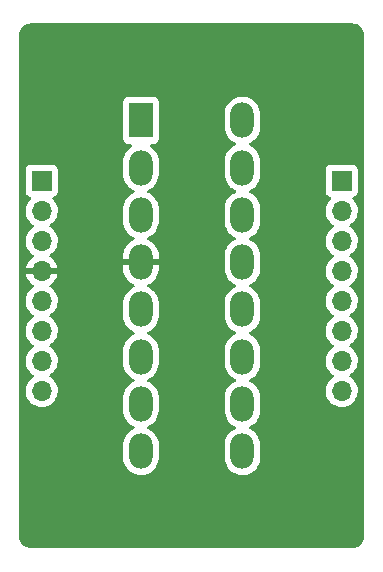
<source format=gbr>
%TF.GenerationSoftware,KiCad,Pcbnew,(6.0.11)*%
%TF.CreationDate,2023-02-06T20:57:08+10:00*%
%TF.ProjectId,can_explorer,63616e5f-6578-4706-9c6f-7265722e6b69,rev?*%
%TF.SameCoordinates,Original*%
%TF.FileFunction,Copper,L1,Top*%
%TF.FilePolarity,Positive*%
%FSLAX46Y46*%
G04 Gerber Fmt 4.6, Leading zero omitted, Abs format (unit mm)*
G04 Created by KiCad (PCBNEW (6.0.11)) date 2023-02-06 20:57:08*
%MOMM*%
%LPD*%
G01*
G04 APERTURE LIST*
%TA.AperFunction,ComponentPad*%
%ADD10R,2.000000X3.000000*%
%TD*%
%TA.AperFunction,ComponentPad*%
%ADD11O,2.000000X3.000000*%
%TD*%
%TA.AperFunction,ComponentPad*%
%ADD12R,1.700000X1.700000*%
%TD*%
%TA.AperFunction,ComponentPad*%
%ADD13O,1.700000X1.700000*%
%TD*%
G04 APERTURE END LIST*
D10*
%TO.P,J1,1,Pin_1*%
%TO.N,Net-(J1-Pad1)*%
X143020000Y-67280000D03*
D11*
%TO.P,J1,2,Pin_2*%
%TO.N,Net-(J1-Pad2)*%
X143020000Y-71280000D03*
%TO.P,J1,3,Pin_3*%
%TO.N,Net-(J1-Pad3)*%
X143020000Y-75280000D03*
%TO.P,J1,4,Pin_4*%
%TO.N,GND*%
X143020000Y-79280000D03*
%TO.P,J1,5,Pin_5*%
%TO.N,Net-(J1-Pad5)*%
X143020000Y-83280000D03*
%TO.P,J1,6,Pin_6*%
%TO.N,Net-(J1-Pad6)*%
X143020000Y-87280000D03*
%TO.P,J1,7,Pin_7*%
%TO.N,Net-(J1-Pad7)*%
X143020000Y-91280000D03*
%TO.P,J1,8,Pin_8*%
%TO.N,Net-(J1-Pad8)*%
X143020000Y-95280000D03*
%TO.P,J1,9,Pin_9*%
%TO.N,Net-(J1-Pad9)*%
X151620000Y-67280000D03*
%TO.P,J1,10,Pin_10*%
%TO.N,Net-(J1-Pad10)*%
X151620000Y-71280000D03*
%TO.P,J1,11,Pin_11*%
%TO.N,Net-(J1-Pad11)*%
X151620000Y-75280000D03*
%TO.P,J1,12,Pin_12*%
%TO.N,Net-(J1-Pad12)*%
X151620000Y-79280000D03*
%TO.P,J1,13,Pin_13*%
%TO.N,Net-(J1-Pad13)*%
X151620000Y-83280000D03*
%TO.P,J1,14,Pin_14*%
%TO.N,Net-(J1-Pad14)*%
X151620000Y-87280000D03*
%TO.P,J1,15,Pin_15*%
%TO.N,Net-(J1-Pad15)*%
X151620000Y-91280000D03*
%TO.P,J1,16,Pin_16*%
%TO.N,Net-(J1-Pad16)*%
X151620000Y-95280000D03*
%TD*%
D12*
%TO.P,J2,1,Pin_1*%
%TO.N,Net-(J1-Pad1)*%
X134620000Y-72390000D03*
D13*
%TO.P,J2,2,Pin_2*%
%TO.N,Net-(J1-Pad2)*%
X134620000Y-74930000D03*
%TO.P,J2,3,Pin_3*%
%TO.N,Net-(J1-Pad3)*%
X134620000Y-77470000D03*
%TO.P,J2,4,Pin_4*%
%TO.N,GND*%
X134620000Y-80010000D03*
%TO.P,J2,5,Pin_5*%
%TO.N,Net-(J1-Pad5)*%
X134620000Y-82550000D03*
%TO.P,J2,6,Pin_6*%
%TO.N,Net-(J1-Pad6)*%
X134620000Y-85090000D03*
%TO.P,J2,7,Pin_7*%
%TO.N,Net-(J1-Pad7)*%
X134620000Y-87630000D03*
%TO.P,J2,8,Pin_8*%
%TO.N,Net-(J1-Pad8)*%
X134620000Y-90170000D03*
%TD*%
D12*
%TO.P,J3,1,Pin_1*%
%TO.N,Net-(J1-Pad9)*%
X160020000Y-72390000D03*
D13*
%TO.P,J3,2,Pin_2*%
%TO.N,Net-(J1-Pad10)*%
X160020000Y-74930000D03*
%TO.P,J3,3,Pin_3*%
%TO.N,Net-(J1-Pad11)*%
X160020000Y-77470000D03*
%TO.P,J3,4,Pin_4*%
%TO.N,Net-(J1-Pad12)*%
X160020000Y-80010000D03*
%TO.P,J3,5,Pin_5*%
%TO.N,Net-(J1-Pad13)*%
X160020000Y-82550000D03*
%TO.P,J3,6,Pin_6*%
%TO.N,Net-(J1-Pad14)*%
X160020000Y-85090000D03*
%TO.P,J3,7,Pin_7*%
%TO.N,Net-(J1-Pad15)*%
X160020000Y-87630000D03*
%TO.P,J3,8,Pin_8*%
%TO.N,Net-(J1-Pad16)*%
X160020000Y-90170000D03*
%TD*%
%TA.AperFunction,Conductor*%
%TO.N,GND*%
G36*
X160931163Y-59055607D02*
G01*
X161107740Y-59072999D01*
X161131957Y-59077815D01*
X161295809Y-59127518D01*
X161318629Y-59136971D01*
X161469631Y-59217683D01*
X161490158Y-59231399D01*
X161622521Y-59340026D01*
X161639974Y-59357479D01*
X161748601Y-59489842D01*
X161762319Y-59510372D01*
X161843029Y-59661371D01*
X161852482Y-59684190D01*
X161902185Y-59848043D01*
X161907002Y-59872263D01*
X161924393Y-60048837D01*
X161925000Y-60061187D01*
X161925000Y-102498813D01*
X161924393Y-102511163D01*
X161907002Y-102687737D01*
X161902185Y-102711957D01*
X161852482Y-102875809D01*
X161843029Y-102898629D01*
X161762319Y-103049628D01*
X161748601Y-103070158D01*
X161639974Y-103202521D01*
X161622521Y-103219974D01*
X161490158Y-103328601D01*
X161469631Y-103342317D01*
X161377417Y-103391607D01*
X161318629Y-103423029D01*
X161295810Y-103432482D01*
X161131957Y-103482185D01*
X161107740Y-103487001D01*
X160931163Y-103504393D01*
X160918813Y-103505000D01*
X133721187Y-103505000D01*
X133708837Y-103504393D01*
X133532260Y-103487001D01*
X133508043Y-103482185D01*
X133344190Y-103432482D01*
X133321371Y-103423029D01*
X133262583Y-103391607D01*
X133170369Y-103342317D01*
X133149842Y-103328601D01*
X133017479Y-103219974D01*
X133000026Y-103202521D01*
X132891399Y-103070158D01*
X132877681Y-103049628D01*
X132796971Y-102898629D01*
X132787518Y-102875809D01*
X132737815Y-102711957D01*
X132732998Y-102687737D01*
X132715607Y-102511163D01*
X132715000Y-102498813D01*
X132715000Y-95841001D01*
X141511500Y-95841001D01*
X141511702Y-95843509D01*
X141511702Y-95843514D01*
X141517943Y-95921074D01*
X141526060Y-96021965D01*
X141583963Y-96257706D01*
X141678812Y-96481156D01*
X141808167Y-96686567D01*
X141811512Y-96690361D01*
X141965350Y-96864858D01*
X141965353Y-96864861D01*
X141968698Y-96868655D01*
X141972606Y-96871865D01*
X141972607Y-96871866D01*
X142079242Y-96959456D01*
X142156278Y-97022734D01*
X142366078Y-97144841D01*
X142370801Y-97146654D01*
X142587978Y-97230020D01*
X142587982Y-97230021D01*
X142592702Y-97231833D01*
X142597652Y-97232867D01*
X142597655Y-97232868D01*
X142825369Y-97280440D01*
X142825373Y-97280440D01*
X142830320Y-97281474D01*
X143072817Y-97292486D01*
X143077837Y-97291905D01*
X143077841Y-97291905D01*
X143308929Y-97265167D01*
X143308933Y-97265166D01*
X143313956Y-97264585D01*
X143318820Y-97263209D01*
X143318823Y-97263208D01*
X143542669Y-97199866D01*
X143542668Y-97199866D01*
X143547532Y-97198490D01*
X143552108Y-97196356D01*
X143552114Y-97196354D01*
X143762954Y-97098038D01*
X143762958Y-97098036D01*
X143767536Y-97095901D01*
X143968307Y-96959456D01*
X144144681Y-96792668D01*
X144222901Y-96690361D01*
X144289047Y-96603846D01*
X144289050Y-96603842D01*
X144292120Y-96599826D01*
X144406831Y-96385891D01*
X144485862Y-96156369D01*
X144527179Y-95917164D01*
X144528500Y-95888075D01*
X144528500Y-95841001D01*
X150111500Y-95841001D01*
X150111702Y-95843509D01*
X150111702Y-95843514D01*
X150117943Y-95921074D01*
X150126060Y-96021965D01*
X150183963Y-96257706D01*
X150278812Y-96481156D01*
X150408167Y-96686567D01*
X150411512Y-96690361D01*
X150565350Y-96864858D01*
X150565353Y-96864861D01*
X150568698Y-96868655D01*
X150572606Y-96871865D01*
X150572607Y-96871866D01*
X150679242Y-96959456D01*
X150756278Y-97022734D01*
X150966078Y-97144841D01*
X150970801Y-97146654D01*
X151187978Y-97230020D01*
X151187982Y-97230021D01*
X151192702Y-97231833D01*
X151197652Y-97232867D01*
X151197655Y-97232868D01*
X151425369Y-97280440D01*
X151425373Y-97280440D01*
X151430320Y-97281474D01*
X151672817Y-97292486D01*
X151677837Y-97291905D01*
X151677841Y-97291905D01*
X151908929Y-97265167D01*
X151908933Y-97265166D01*
X151913956Y-97264585D01*
X151918820Y-97263209D01*
X151918823Y-97263208D01*
X152142669Y-97199866D01*
X152142668Y-97199866D01*
X152147532Y-97198490D01*
X152152108Y-97196356D01*
X152152114Y-97196354D01*
X152362954Y-97098038D01*
X152362958Y-97098036D01*
X152367536Y-97095901D01*
X152568307Y-96959456D01*
X152744681Y-96792668D01*
X152822901Y-96690361D01*
X152889047Y-96603846D01*
X152889050Y-96603842D01*
X152892120Y-96599826D01*
X153006831Y-96385891D01*
X153085862Y-96156369D01*
X153127179Y-95917164D01*
X153128500Y-95888075D01*
X153128500Y-94718999D01*
X153128298Y-94716486D01*
X153114346Y-94543076D01*
X153114345Y-94543071D01*
X153113940Y-94538035D01*
X153056037Y-94302294D01*
X152961188Y-94078844D01*
X152831833Y-93873433D01*
X152791633Y-93827834D01*
X152674650Y-93695142D01*
X152674647Y-93695139D01*
X152671302Y-93691345D01*
X152564993Y-93604022D01*
X152487628Y-93540474D01*
X152487625Y-93540472D01*
X152483722Y-93537266D01*
X152273922Y-93415159D01*
X152226868Y-93397097D01*
X152170440Y-93354012D01*
X152146263Y-93287259D01*
X152162014Y-93218031D01*
X152218772Y-93165271D01*
X152362953Y-93098038D01*
X152362952Y-93098038D01*
X152367536Y-93095901D01*
X152568307Y-92959456D01*
X152744681Y-92792668D01*
X152822901Y-92690361D01*
X152889047Y-92603846D01*
X152889050Y-92603842D01*
X152892120Y-92599826D01*
X153006831Y-92385891D01*
X153085862Y-92156369D01*
X153127179Y-91917164D01*
X153128500Y-91888075D01*
X153128500Y-90718999D01*
X153125077Y-90676453D01*
X153114346Y-90543076D01*
X153114345Y-90543071D01*
X153113940Y-90538035D01*
X153095516Y-90463023D01*
X153057244Y-90307208D01*
X153056037Y-90302294D01*
X152985744Y-90136695D01*
X158657251Y-90136695D01*
X158657548Y-90141848D01*
X158657548Y-90141851D01*
X158669812Y-90354547D01*
X158670110Y-90359715D01*
X158671247Y-90364761D01*
X158671248Y-90364767D01*
X158680007Y-90403631D01*
X158719222Y-90577639D01*
X158803266Y-90784616D01*
X158919987Y-90975088D01*
X159066250Y-91143938D01*
X159238126Y-91286632D01*
X159431000Y-91399338D01*
X159639692Y-91479030D01*
X159644760Y-91480061D01*
X159644763Y-91480062D01*
X159752017Y-91501883D01*
X159858597Y-91523567D01*
X159863772Y-91523757D01*
X159863774Y-91523757D01*
X160076673Y-91531564D01*
X160076677Y-91531564D01*
X160081837Y-91531753D01*
X160086957Y-91531097D01*
X160086959Y-91531097D01*
X160298288Y-91504025D01*
X160298289Y-91504025D01*
X160303416Y-91503368D01*
X160308366Y-91501883D01*
X160512429Y-91440661D01*
X160512434Y-91440659D01*
X160517384Y-91439174D01*
X160717994Y-91340896D01*
X160899860Y-91211173D01*
X161058096Y-91053489D01*
X161117594Y-90970689D01*
X161185435Y-90876277D01*
X161188453Y-90872077D01*
X161262864Y-90721518D01*
X161285136Y-90676453D01*
X161285137Y-90676451D01*
X161287430Y-90671811D01*
X161328074Y-90538035D01*
X161350865Y-90463023D01*
X161350865Y-90463021D01*
X161352370Y-90458069D01*
X161381529Y-90236590D01*
X161383156Y-90170000D01*
X161364852Y-89947361D01*
X161310431Y-89730702D01*
X161221354Y-89525840D01*
X161148578Y-89413346D01*
X161102822Y-89342617D01*
X161102820Y-89342614D01*
X161100014Y-89338277D01*
X160949670Y-89173051D01*
X160945619Y-89169852D01*
X160945615Y-89169848D01*
X160778414Y-89037800D01*
X160778410Y-89037798D01*
X160774359Y-89034598D01*
X160733053Y-89011796D01*
X160683084Y-88961364D01*
X160668312Y-88891921D01*
X160693428Y-88825516D01*
X160720780Y-88798909D01*
X160764603Y-88767650D01*
X160899860Y-88671173D01*
X161058096Y-88513489D01*
X161081330Y-88481156D01*
X161185435Y-88336277D01*
X161188453Y-88332077D01*
X161287430Y-88131811D01*
X161352370Y-87918069D01*
X161381529Y-87696590D01*
X161383156Y-87630000D01*
X161364852Y-87407361D01*
X161310431Y-87190702D01*
X161221354Y-86985840D01*
X161100014Y-86798277D01*
X160949670Y-86633051D01*
X160945619Y-86629852D01*
X160945615Y-86629848D01*
X160778414Y-86497800D01*
X160778410Y-86497798D01*
X160774359Y-86494598D01*
X160733053Y-86471796D01*
X160683084Y-86421364D01*
X160668312Y-86351921D01*
X160693428Y-86285516D01*
X160720780Y-86258909D01*
X160764603Y-86227650D01*
X160899860Y-86131173D01*
X161058096Y-85973489D01*
X161070553Y-85956154D01*
X161185435Y-85796277D01*
X161188453Y-85792077D01*
X161198693Y-85771359D01*
X161285136Y-85596453D01*
X161285137Y-85596451D01*
X161287430Y-85591811D01*
X161352370Y-85378069D01*
X161381529Y-85156590D01*
X161383156Y-85090000D01*
X161364852Y-84867361D01*
X161310431Y-84650702D01*
X161221354Y-84445840D01*
X161100014Y-84258277D01*
X160949670Y-84093051D01*
X160945619Y-84089852D01*
X160945615Y-84089848D01*
X160778414Y-83957800D01*
X160778410Y-83957798D01*
X160774359Y-83954598D01*
X160733053Y-83931796D01*
X160683084Y-83881364D01*
X160668312Y-83811921D01*
X160693428Y-83745516D01*
X160720780Y-83718909D01*
X160764603Y-83687650D01*
X160899860Y-83591173D01*
X161058096Y-83433489D01*
X161117594Y-83350689D01*
X161185435Y-83256277D01*
X161188453Y-83252077D01*
X161287430Y-83051811D01*
X161352370Y-82838069D01*
X161381529Y-82616590D01*
X161383156Y-82550000D01*
X161364852Y-82327361D01*
X161310431Y-82110702D01*
X161221354Y-81905840D01*
X161100014Y-81718277D01*
X160949670Y-81553051D01*
X160945619Y-81549852D01*
X160945615Y-81549848D01*
X160778414Y-81417800D01*
X160778410Y-81417798D01*
X160774359Y-81414598D01*
X160733053Y-81391796D01*
X160683084Y-81341364D01*
X160668312Y-81271921D01*
X160693428Y-81205516D01*
X160720780Y-81178909D01*
X160772747Y-81141841D01*
X160899860Y-81051173D01*
X161058096Y-80893489D01*
X161117594Y-80810689D01*
X161185435Y-80716277D01*
X161188453Y-80712077D01*
X161199335Y-80690060D01*
X161285136Y-80516453D01*
X161285137Y-80516451D01*
X161287430Y-80511811D01*
X161352370Y-80298069D01*
X161381529Y-80076590D01*
X161383156Y-80010000D01*
X161364852Y-79787361D01*
X161310431Y-79570702D01*
X161221354Y-79365840D01*
X161100014Y-79178277D01*
X160949670Y-79013051D01*
X160945619Y-79009852D01*
X160945615Y-79009848D01*
X160778414Y-78877800D01*
X160778410Y-78877798D01*
X160774359Y-78874598D01*
X160733053Y-78851796D01*
X160683084Y-78801364D01*
X160668312Y-78731921D01*
X160693428Y-78665516D01*
X160720780Y-78638909D01*
X160764603Y-78607650D01*
X160899860Y-78511173D01*
X161058096Y-78353489D01*
X161117594Y-78270689D01*
X161185435Y-78176277D01*
X161188453Y-78172077D01*
X161234532Y-78078844D01*
X161285136Y-77976453D01*
X161285137Y-77976451D01*
X161287430Y-77971811D01*
X161352370Y-77758069D01*
X161381529Y-77536590D01*
X161383156Y-77470000D01*
X161364852Y-77247361D01*
X161310431Y-77030702D01*
X161221354Y-76825840D01*
X161100014Y-76638277D01*
X160949670Y-76473051D01*
X160945619Y-76469852D01*
X160945615Y-76469848D01*
X160778414Y-76337800D01*
X160778410Y-76337798D01*
X160774359Y-76334598D01*
X160733053Y-76311796D01*
X160683084Y-76261364D01*
X160668312Y-76191921D01*
X160693428Y-76125516D01*
X160720780Y-76098909D01*
X160764603Y-76067650D01*
X160899860Y-75971173D01*
X161058096Y-75813489D01*
X161117594Y-75730689D01*
X161185435Y-75636277D01*
X161188453Y-75632077D01*
X161287430Y-75431811D01*
X161352370Y-75218069D01*
X161381529Y-74996590D01*
X161383156Y-74930000D01*
X161364852Y-74707361D01*
X161310431Y-74490702D01*
X161221354Y-74285840D01*
X161181906Y-74224862D01*
X161102822Y-74102617D01*
X161102820Y-74102614D01*
X161100014Y-74098277D01*
X161086570Y-74083502D01*
X160952798Y-73936488D01*
X160921746Y-73872642D01*
X160930141Y-73802143D01*
X160975317Y-73747375D01*
X161001761Y-73733706D01*
X161108297Y-73693767D01*
X161116705Y-73690615D01*
X161233261Y-73603261D01*
X161320615Y-73486705D01*
X161371745Y-73350316D01*
X161378500Y-73288134D01*
X161378500Y-71491866D01*
X161371745Y-71429684D01*
X161320615Y-71293295D01*
X161233261Y-71176739D01*
X161116705Y-71089385D01*
X160980316Y-71038255D01*
X160918134Y-71031500D01*
X159121866Y-71031500D01*
X159059684Y-71038255D01*
X158923295Y-71089385D01*
X158806739Y-71176739D01*
X158719385Y-71293295D01*
X158668255Y-71429684D01*
X158661500Y-71491866D01*
X158661500Y-73288134D01*
X158668255Y-73350316D01*
X158719385Y-73486705D01*
X158806739Y-73603261D01*
X158923295Y-73690615D01*
X158931704Y-73693767D01*
X158931705Y-73693768D01*
X159040451Y-73734535D01*
X159097216Y-73777176D01*
X159121916Y-73843738D01*
X159106709Y-73913087D01*
X159087316Y-73939568D01*
X158960629Y-74072138D01*
X158834743Y-74256680D01*
X158740688Y-74459305D01*
X158680989Y-74674570D01*
X158657251Y-74896695D01*
X158657548Y-74901848D01*
X158657548Y-74901851D01*
X158663011Y-74996590D01*
X158670110Y-75119715D01*
X158671247Y-75124761D01*
X158671248Y-75124767D01*
X158691119Y-75212939D01*
X158719222Y-75337639D01*
X158803266Y-75544616D01*
X158919987Y-75735088D01*
X159066250Y-75903938D01*
X159238126Y-76046632D01*
X159308595Y-76087811D01*
X159311445Y-76089476D01*
X159360169Y-76141114D01*
X159373240Y-76210897D01*
X159346509Y-76276669D01*
X159306055Y-76310027D01*
X159293607Y-76316507D01*
X159289474Y-76319610D01*
X159289471Y-76319612D01*
X159119100Y-76447530D01*
X159114965Y-76450635D01*
X159111393Y-76454373D01*
X158972395Y-76599826D01*
X158960629Y-76612138D01*
X158834743Y-76796680D01*
X158799843Y-76871866D01*
X158760800Y-76955978D01*
X158740688Y-76999305D01*
X158680989Y-77214570D01*
X158657251Y-77436695D01*
X158657548Y-77441848D01*
X158657548Y-77441851D01*
X158662903Y-77534724D01*
X158670110Y-77659715D01*
X158671247Y-77664761D01*
X158671248Y-77664767D01*
X158691119Y-77752939D01*
X158719222Y-77877639D01*
X158803266Y-78084616D01*
X158805965Y-78089020D01*
X158855374Y-78169648D01*
X158919987Y-78275088D01*
X159066250Y-78443938D01*
X159238126Y-78586632D01*
X159308595Y-78627811D01*
X159311445Y-78629476D01*
X159360169Y-78681114D01*
X159373240Y-78750897D01*
X159346509Y-78816669D01*
X159306055Y-78850027D01*
X159293607Y-78856507D01*
X159289474Y-78859610D01*
X159289471Y-78859612D01*
X159265247Y-78877800D01*
X159114965Y-78990635D01*
X158960629Y-79152138D01*
X158957715Y-79156410D01*
X158957714Y-79156411D01*
X158945404Y-79174457D01*
X158834743Y-79336680D01*
X158740688Y-79539305D01*
X158680989Y-79754570D01*
X158657251Y-79976695D01*
X158657548Y-79981848D01*
X158657548Y-79981851D01*
X158663011Y-80076590D01*
X158670110Y-80199715D01*
X158671247Y-80204761D01*
X158671248Y-80204767D01*
X158683179Y-80257706D01*
X158719222Y-80417639D01*
X158803266Y-80624616D01*
X158853863Y-80707183D01*
X158908381Y-80796148D01*
X158919987Y-80815088D01*
X159066250Y-80983938D01*
X159238126Y-81126632D01*
X159264937Y-81142299D01*
X159311445Y-81169476D01*
X159360169Y-81221114D01*
X159373240Y-81290897D01*
X159346509Y-81356669D01*
X159306055Y-81390027D01*
X159293607Y-81396507D01*
X159289474Y-81399610D01*
X159289471Y-81399612D01*
X159119100Y-81527530D01*
X159114965Y-81530635D01*
X158960629Y-81692138D01*
X158834743Y-81876680D01*
X158819003Y-81910590D01*
X158742891Y-82074560D01*
X158740688Y-82079305D01*
X158680989Y-82294570D01*
X158657251Y-82516695D01*
X158657548Y-82521848D01*
X158657548Y-82521851D01*
X158666201Y-82671925D01*
X158670110Y-82739715D01*
X158671247Y-82744761D01*
X158671248Y-82744767D01*
X158691119Y-82832939D01*
X158719222Y-82957639D01*
X158803266Y-83164616D01*
X158919987Y-83355088D01*
X159066250Y-83523938D01*
X159238126Y-83666632D01*
X159308595Y-83707811D01*
X159311445Y-83709476D01*
X159360169Y-83761114D01*
X159373240Y-83830897D01*
X159346509Y-83896669D01*
X159306055Y-83930027D01*
X159293607Y-83936507D01*
X159289474Y-83939610D01*
X159289471Y-83939612D01*
X159119100Y-84067530D01*
X159114965Y-84070635D01*
X158960629Y-84232138D01*
X158957715Y-84236410D01*
X158957714Y-84236411D01*
X158939838Y-84262617D01*
X158834743Y-84416680D01*
X158819003Y-84450590D01*
X158747864Y-84603846D01*
X158740688Y-84619305D01*
X158680989Y-84834570D01*
X158657251Y-85056695D01*
X158657548Y-85061848D01*
X158657548Y-85061851D01*
X158663011Y-85156590D01*
X158670110Y-85279715D01*
X158671247Y-85284761D01*
X158671248Y-85284767D01*
X158691119Y-85372939D01*
X158719222Y-85497639D01*
X158803266Y-85704616D01*
X158919987Y-85895088D01*
X159066250Y-86063938D01*
X159238126Y-86206632D01*
X159308595Y-86247811D01*
X159311445Y-86249476D01*
X159360169Y-86301114D01*
X159373240Y-86370897D01*
X159346509Y-86436669D01*
X159306055Y-86470027D01*
X159293607Y-86476507D01*
X159289474Y-86479610D01*
X159289471Y-86479612D01*
X159265247Y-86497800D01*
X159114965Y-86610635D01*
X158960629Y-86772138D01*
X158834743Y-86956680D01*
X158740688Y-87159305D01*
X158680989Y-87374570D01*
X158657251Y-87596695D01*
X158657548Y-87601848D01*
X158657548Y-87601851D01*
X158663011Y-87696590D01*
X158670110Y-87819715D01*
X158671247Y-87824761D01*
X158671248Y-87824767D01*
X158692071Y-87917164D01*
X158719222Y-88037639D01*
X158803266Y-88244616D01*
X158919987Y-88435088D01*
X159066250Y-88603938D01*
X159238126Y-88746632D01*
X159308595Y-88787811D01*
X159311445Y-88789476D01*
X159360169Y-88841114D01*
X159373240Y-88910897D01*
X159346509Y-88976669D01*
X159306055Y-89010027D01*
X159293607Y-89016507D01*
X159289474Y-89019610D01*
X159289471Y-89019612D01*
X159120267Y-89146654D01*
X159114965Y-89150635D01*
X158960629Y-89312138D01*
X158834743Y-89496680D01*
X158740688Y-89699305D01*
X158680989Y-89914570D01*
X158657251Y-90136695D01*
X152985744Y-90136695D01*
X152961188Y-90078844D01*
X152875228Y-89942342D01*
X152834528Y-89877712D01*
X152834526Y-89877709D01*
X152831833Y-89873433D01*
X152791633Y-89827834D01*
X152674650Y-89695142D01*
X152674647Y-89695139D01*
X152671302Y-89691345D01*
X152564993Y-89604022D01*
X152487628Y-89540474D01*
X152487625Y-89540472D01*
X152483722Y-89537266D01*
X152273922Y-89415159D01*
X152226868Y-89397097D01*
X152170440Y-89354012D01*
X152146263Y-89287259D01*
X152162014Y-89218031D01*
X152218772Y-89165271D01*
X152362953Y-89098038D01*
X152362952Y-89098038D01*
X152367536Y-89095901D01*
X152568307Y-88959456D01*
X152744681Y-88792668D01*
X152822901Y-88690361D01*
X152889047Y-88603846D01*
X152889050Y-88603842D01*
X152892120Y-88599826D01*
X152936458Y-88517137D01*
X153004439Y-88390352D01*
X153006831Y-88385891D01*
X153085862Y-88156369D01*
X153127179Y-87917164D01*
X153128500Y-87888075D01*
X153128500Y-86718999D01*
X153128298Y-86716486D01*
X153114346Y-86543076D01*
X153114345Y-86543071D01*
X153113940Y-86538035D01*
X153104058Y-86497800D01*
X153057244Y-86307208D01*
X153056037Y-86302294D01*
X152961188Y-86078844D01*
X152831833Y-85873433D01*
X152756019Y-85787438D01*
X152674650Y-85695142D01*
X152674647Y-85695139D01*
X152671302Y-85691345D01*
X152564993Y-85604022D01*
X152487628Y-85540474D01*
X152487625Y-85540472D01*
X152483722Y-85537266D01*
X152273922Y-85415159D01*
X152226868Y-85397097D01*
X152170440Y-85354012D01*
X152146263Y-85287259D01*
X152162014Y-85218031D01*
X152218772Y-85165271D01*
X152362953Y-85098038D01*
X152362952Y-85098038D01*
X152367536Y-85095901D01*
X152568307Y-84959456D01*
X152744681Y-84792668D01*
X152822901Y-84690361D01*
X152889047Y-84603846D01*
X152889050Y-84603842D01*
X152892120Y-84599826D01*
X153006831Y-84385891D01*
X153085862Y-84156369D01*
X153124251Y-83934118D01*
X153126504Y-83921074D01*
X153126505Y-83921068D01*
X153127179Y-83917164D01*
X153128500Y-83888075D01*
X153128500Y-82718999D01*
X153128298Y-82716486D01*
X153114346Y-82543076D01*
X153114345Y-82543071D01*
X153113940Y-82538035D01*
X153108699Y-82516695D01*
X153057244Y-82307208D01*
X153056037Y-82302294D01*
X153052759Y-82294570D01*
X152974711Y-82110702D01*
X152961188Y-82078844D01*
X152849503Y-81901492D01*
X152834528Y-81877712D01*
X152834526Y-81877709D01*
X152831833Y-81873433D01*
X152791633Y-81827834D01*
X152674650Y-81695142D01*
X152674647Y-81695139D01*
X152671302Y-81691345D01*
X152564993Y-81604022D01*
X152487628Y-81540474D01*
X152487625Y-81540472D01*
X152483722Y-81537266D01*
X152273922Y-81415159D01*
X152226868Y-81397097D01*
X152170440Y-81354012D01*
X152146263Y-81287259D01*
X152162014Y-81218031D01*
X152218772Y-81165271D01*
X152362953Y-81098038D01*
X152362952Y-81098038D01*
X152367536Y-81095901D01*
X152568307Y-80959456D01*
X152744681Y-80792668D01*
X152748017Y-80788305D01*
X152889047Y-80603846D01*
X152889050Y-80603842D01*
X152892120Y-80599826D01*
X153006831Y-80385891D01*
X153085862Y-80156369D01*
X153116006Y-79981851D01*
X153126504Y-79921074D01*
X153126505Y-79921068D01*
X153127179Y-79917164D01*
X153128500Y-79888075D01*
X153128500Y-78718999D01*
X153124830Y-78673384D01*
X153114346Y-78543076D01*
X153114345Y-78543071D01*
X153113940Y-78538035D01*
X153108079Y-78514171D01*
X153057244Y-78307208D01*
X153056037Y-78302294D01*
X153042622Y-78270689D01*
X152963165Y-78083502D01*
X152961188Y-78078844D01*
X152837496Y-77882425D01*
X152834528Y-77877712D01*
X152834526Y-77877709D01*
X152831833Y-77873433D01*
X152742140Y-77771695D01*
X152674650Y-77695142D01*
X152674647Y-77695139D01*
X152671302Y-77691345D01*
X152564993Y-77604022D01*
X152487628Y-77540474D01*
X152487625Y-77540472D01*
X152483722Y-77537266D01*
X152354337Y-77461962D01*
X152278290Y-77417701D01*
X152278288Y-77417700D01*
X152273922Y-77415159D01*
X152226868Y-77397097D01*
X152170440Y-77354012D01*
X152146263Y-77287259D01*
X152162014Y-77218031D01*
X152218772Y-77165271D01*
X152362953Y-77098038D01*
X152362952Y-77098038D01*
X152367536Y-77095901D01*
X152568307Y-76959456D01*
X152744681Y-76792668D01*
X152822901Y-76690361D01*
X152889047Y-76603846D01*
X152889050Y-76603842D01*
X152892120Y-76599826D01*
X153006831Y-76385891D01*
X153085862Y-76156369D01*
X153109948Y-76016924D01*
X153126504Y-75921074D01*
X153126505Y-75921068D01*
X153127179Y-75917164D01*
X153128500Y-75888075D01*
X153128500Y-74718999D01*
X153125339Y-74679707D01*
X153114346Y-74543076D01*
X153114345Y-74543071D01*
X153113940Y-74538035D01*
X153095829Y-74464297D01*
X153057244Y-74307208D01*
X153056037Y-74302294D01*
X152961188Y-74078844D01*
X152856805Y-73913087D01*
X152834528Y-73877712D01*
X152834526Y-73877709D01*
X152831833Y-73873433D01*
X152746382Y-73776507D01*
X152674650Y-73695142D01*
X152674647Y-73695139D01*
X152671302Y-73691345D01*
X152564066Y-73603261D01*
X152487628Y-73540474D01*
X152487625Y-73540472D01*
X152483722Y-73537266D01*
X152273922Y-73415159D01*
X152226868Y-73397097D01*
X152170440Y-73354012D01*
X152146263Y-73287259D01*
X152162014Y-73218031D01*
X152218772Y-73165271D01*
X152362953Y-73098038D01*
X152362952Y-73098038D01*
X152367536Y-73095901D01*
X152568307Y-72959456D01*
X152744681Y-72792668D01*
X152822901Y-72690361D01*
X152889047Y-72603846D01*
X152889050Y-72603842D01*
X152892120Y-72599826D01*
X153006831Y-72385891D01*
X153085862Y-72156369D01*
X153127179Y-71917164D01*
X153128500Y-71888075D01*
X153128500Y-70718999D01*
X153128298Y-70716486D01*
X153114346Y-70543076D01*
X153114345Y-70543071D01*
X153113940Y-70538035D01*
X153056037Y-70302294D01*
X152961188Y-70078844D01*
X152831833Y-69873433D01*
X152791633Y-69827834D01*
X152674650Y-69695142D01*
X152674647Y-69695139D01*
X152671302Y-69691345D01*
X152564993Y-69604022D01*
X152487628Y-69540474D01*
X152487625Y-69540472D01*
X152483722Y-69537266D01*
X152273922Y-69415159D01*
X152226868Y-69397097D01*
X152170440Y-69354012D01*
X152146263Y-69287259D01*
X152162014Y-69218031D01*
X152218772Y-69165271D01*
X152362953Y-69098038D01*
X152362952Y-69098038D01*
X152367536Y-69095901D01*
X152568307Y-68959456D01*
X152744681Y-68792668D01*
X152822901Y-68690361D01*
X152889047Y-68603846D01*
X152889050Y-68603842D01*
X152892120Y-68599826D01*
X153006831Y-68385891D01*
X153085862Y-68156369D01*
X153127179Y-67917164D01*
X153128500Y-67888075D01*
X153128500Y-66718999D01*
X153128298Y-66716486D01*
X153114346Y-66543076D01*
X153114345Y-66543071D01*
X153113940Y-66538035D01*
X153056037Y-66302294D01*
X152961188Y-66078844D01*
X152831833Y-65873433D01*
X152791633Y-65827834D01*
X152674650Y-65695142D01*
X152674647Y-65695139D01*
X152671302Y-65691345D01*
X152667393Y-65688134D01*
X152487628Y-65540474D01*
X152487625Y-65540472D01*
X152483722Y-65537266D01*
X152354337Y-65461962D01*
X152278290Y-65417701D01*
X152278288Y-65417700D01*
X152273922Y-65415159D01*
X152139725Y-65363646D01*
X152052022Y-65329980D01*
X152052018Y-65329979D01*
X152047298Y-65328167D01*
X152042348Y-65327133D01*
X152042345Y-65327132D01*
X151814631Y-65279560D01*
X151814627Y-65279560D01*
X151809680Y-65278526D01*
X151567183Y-65267514D01*
X151562163Y-65268095D01*
X151562159Y-65268095D01*
X151331071Y-65294833D01*
X151331067Y-65294834D01*
X151326044Y-65295415D01*
X151321180Y-65296791D01*
X151321177Y-65296792D01*
X151217135Y-65326233D01*
X151092468Y-65361510D01*
X151087892Y-65363644D01*
X151087886Y-65363646D01*
X150877046Y-65461962D01*
X150877042Y-65461964D01*
X150872464Y-65464099D01*
X150671693Y-65600544D01*
X150495319Y-65767332D01*
X150492241Y-65771358D01*
X150492240Y-65771359D01*
X150350953Y-65956154D01*
X150350950Y-65956158D01*
X150347880Y-65960174D01*
X150233169Y-66174109D01*
X150154138Y-66403631D01*
X150112821Y-66642836D01*
X150111500Y-66671925D01*
X150111500Y-67841001D01*
X150111702Y-67843509D01*
X150111702Y-67843514D01*
X150117943Y-67921074D01*
X150126060Y-68021965D01*
X150183963Y-68257706D01*
X150278812Y-68481156D01*
X150408167Y-68686567D01*
X150411512Y-68690361D01*
X150565350Y-68864858D01*
X150565353Y-68864861D01*
X150568698Y-68868655D01*
X150572606Y-68871865D01*
X150572607Y-68871866D01*
X150679242Y-68959456D01*
X150756278Y-69022734D01*
X150760646Y-69025276D01*
X150951027Y-69136081D01*
X150966078Y-69144841D01*
X150970801Y-69146654D01*
X151013132Y-69162903D01*
X151069560Y-69205988D01*
X151093737Y-69272741D01*
X151077986Y-69341969D01*
X151021228Y-69394729D01*
X150971965Y-69417701D01*
X150872464Y-69464099D01*
X150671693Y-69600544D01*
X150495319Y-69767332D01*
X150492241Y-69771358D01*
X150492240Y-69771359D01*
X150350953Y-69956154D01*
X150350950Y-69956158D01*
X150347880Y-69960174D01*
X150233169Y-70174109D01*
X150154138Y-70403631D01*
X150112821Y-70642836D01*
X150111500Y-70671925D01*
X150111500Y-71841001D01*
X150111702Y-71843509D01*
X150111702Y-71843514D01*
X150117943Y-71921074D01*
X150126060Y-72021965D01*
X150183963Y-72257706D01*
X150278812Y-72481156D01*
X150408167Y-72686567D01*
X150411512Y-72690361D01*
X150565350Y-72864858D01*
X150565353Y-72864861D01*
X150568698Y-72868655D01*
X150572606Y-72871865D01*
X150572607Y-72871866D01*
X150679242Y-72959456D01*
X150756278Y-73022734D01*
X150966078Y-73144841D01*
X150970801Y-73146654D01*
X151013132Y-73162903D01*
X151069560Y-73205988D01*
X151093737Y-73272741D01*
X151077986Y-73341969D01*
X151021228Y-73394729D01*
X150971965Y-73417701D01*
X150872464Y-73464099D01*
X150868283Y-73466940D01*
X150868282Y-73466941D01*
X150828627Y-73493891D01*
X150671693Y-73600544D01*
X150495319Y-73767332D01*
X150492241Y-73771358D01*
X150492240Y-73771359D01*
X150350953Y-73956154D01*
X150350950Y-73956158D01*
X150347880Y-73960174D01*
X150233169Y-74174109D01*
X150154138Y-74403631D01*
X150112821Y-74642836D01*
X150111500Y-74671925D01*
X150111500Y-75841001D01*
X150111702Y-75843509D01*
X150111702Y-75843514D01*
X150122215Y-75974171D01*
X150126060Y-76021965D01*
X150127266Y-76026873D01*
X150127266Y-76026876D01*
X150172466Y-76210897D01*
X150183963Y-76257706D01*
X150185938Y-76262358D01*
X150185939Y-76262362D01*
X150215543Y-76332104D01*
X150278812Y-76481156D01*
X150408167Y-76686567D01*
X150411512Y-76690361D01*
X150565350Y-76864858D01*
X150565353Y-76864861D01*
X150568698Y-76868655D01*
X150572606Y-76871865D01*
X150572607Y-76871866D01*
X150727755Y-76999305D01*
X150756278Y-77022734D01*
X150966078Y-77144841D01*
X150970801Y-77146654D01*
X151013132Y-77162903D01*
X151069560Y-77205988D01*
X151093737Y-77272741D01*
X151077986Y-77341969D01*
X151021228Y-77394729D01*
X150942240Y-77431562D01*
X150872464Y-77464099D01*
X150868283Y-77466940D01*
X150868282Y-77466941D01*
X150797408Y-77515107D01*
X150671693Y-77600544D01*
X150495319Y-77767332D01*
X150492241Y-77771358D01*
X150492240Y-77771359D01*
X150350953Y-77956154D01*
X150350950Y-77956158D01*
X150347880Y-77960174D01*
X150345490Y-77964632D01*
X150345489Y-77964633D01*
X150281752Y-78083502D01*
X150233169Y-78174109D01*
X150154138Y-78403631D01*
X150153276Y-78408623D01*
X150115129Y-78629476D01*
X150112821Y-78642836D01*
X150111500Y-78671925D01*
X150111500Y-79841001D01*
X150111702Y-79843509D01*
X150111702Y-79843514D01*
X150125648Y-80016843D01*
X150126060Y-80021965D01*
X150183963Y-80257706D01*
X150185938Y-80262358D01*
X150185939Y-80262362D01*
X150201096Y-80298069D01*
X150278812Y-80481156D01*
X150294997Y-80506857D01*
X150405283Y-80681987D01*
X150408167Y-80686567D01*
X150411512Y-80690361D01*
X150565350Y-80864858D01*
X150565353Y-80864861D01*
X150568698Y-80868655D01*
X150572606Y-80871865D01*
X150572607Y-80871866D01*
X150713067Y-80987240D01*
X150756278Y-81022734D01*
X150760646Y-81025276D01*
X150960924Y-81141841D01*
X150966078Y-81144841D01*
X150970801Y-81146654D01*
X151013132Y-81162903D01*
X151069560Y-81205988D01*
X151093737Y-81272741D01*
X151077986Y-81341969D01*
X151021228Y-81394729D01*
X150893869Y-81454118D01*
X150872464Y-81464099D01*
X150671693Y-81600544D01*
X150495319Y-81767332D01*
X150492241Y-81771358D01*
X150492240Y-81771359D01*
X150350953Y-81956154D01*
X150350950Y-81956158D01*
X150347880Y-81960174D01*
X150233169Y-82174109D01*
X150154138Y-82403631D01*
X150153276Y-82408623D01*
X150129436Y-82546646D01*
X150112821Y-82642836D01*
X150111500Y-82671925D01*
X150111500Y-83841001D01*
X150111702Y-83843509D01*
X150111702Y-83843514D01*
X150120640Y-83954598D01*
X150126060Y-84021965D01*
X150127266Y-84026873D01*
X150127266Y-84026876D01*
X150143520Y-84093051D01*
X150183963Y-84257706D01*
X150185938Y-84262358D01*
X150185939Y-84262362D01*
X150236343Y-84381106D01*
X150278812Y-84481156D01*
X150281510Y-84485440D01*
X150365810Y-84619305D01*
X150408167Y-84686567D01*
X150411512Y-84690361D01*
X150565350Y-84864858D01*
X150565353Y-84864861D01*
X150568698Y-84868655D01*
X150572606Y-84871865D01*
X150572607Y-84871866D01*
X150679242Y-84959456D01*
X150756278Y-85022734D01*
X150966078Y-85144841D01*
X151005330Y-85159908D01*
X151013132Y-85162903D01*
X151069560Y-85205988D01*
X151093737Y-85272741D01*
X151077986Y-85341969D01*
X151021228Y-85394729D01*
X150971965Y-85417701D01*
X150872464Y-85464099D01*
X150671693Y-85600544D01*
X150495319Y-85767332D01*
X150492241Y-85771358D01*
X150492240Y-85771359D01*
X150350953Y-85956154D01*
X150350950Y-85956158D01*
X150347880Y-85960174D01*
X150345490Y-85964632D01*
X150345489Y-85964633D01*
X150294337Y-86060031D01*
X150233169Y-86174109D01*
X150154138Y-86403631D01*
X150112821Y-86642836D01*
X150111500Y-86671925D01*
X150111500Y-87841001D01*
X150111702Y-87843509D01*
X150111702Y-87843514D01*
X150117943Y-87921074D01*
X150126060Y-88021965D01*
X150127266Y-88026873D01*
X150127266Y-88026876D01*
X150154181Y-88136453D01*
X150183963Y-88257706D01*
X150185938Y-88262358D01*
X150185939Y-88262362D01*
X150217314Y-88336277D01*
X150278812Y-88481156D01*
X150281510Y-88485440D01*
X150400361Y-88674171D01*
X150408167Y-88686567D01*
X150411512Y-88690361D01*
X150565350Y-88864858D01*
X150565353Y-88864861D01*
X150568698Y-88868655D01*
X150572606Y-88871865D01*
X150572607Y-88871866D01*
X150745789Y-89014118D01*
X150756278Y-89022734D01*
X150966078Y-89144841D01*
X150970801Y-89146654D01*
X151013132Y-89162903D01*
X151069560Y-89205988D01*
X151093737Y-89272741D01*
X151077986Y-89341969D01*
X151021228Y-89394729D01*
X150971965Y-89417701D01*
X150872464Y-89464099D01*
X150868283Y-89466940D01*
X150868282Y-89466941D01*
X150797408Y-89515107D01*
X150671693Y-89600544D01*
X150495319Y-89767332D01*
X150492241Y-89771358D01*
X150492240Y-89771359D01*
X150350953Y-89956154D01*
X150350950Y-89956158D01*
X150347880Y-89960174D01*
X150233169Y-90174109D01*
X150154138Y-90403631D01*
X150136978Y-90502978D01*
X150123256Y-90582425D01*
X150112821Y-90642836D01*
X150111500Y-90671925D01*
X150111500Y-91841001D01*
X150111702Y-91843509D01*
X150111702Y-91843514D01*
X150117943Y-91921074D01*
X150126060Y-92021965D01*
X150183963Y-92257706D01*
X150278812Y-92481156D01*
X150408167Y-92686567D01*
X150411512Y-92690361D01*
X150565350Y-92864858D01*
X150565353Y-92864861D01*
X150568698Y-92868655D01*
X150572606Y-92871865D01*
X150572607Y-92871866D01*
X150679242Y-92959456D01*
X150756278Y-93022734D01*
X150966078Y-93144841D01*
X150970801Y-93146654D01*
X151013132Y-93162903D01*
X151069560Y-93205988D01*
X151093737Y-93272741D01*
X151077986Y-93341969D01*
X151021228Y-93394729D01*
X150971965Y-93417701D01*
X150872464Y-93464099D01*
X150671693Y-93600544D01*
X150495319Y-93767332D01*
X150492241Y-93771358D01*
X150492240Y-93771359D01*
X150350953Y-93956154D01*
X150350950Y-93956158D01*
X150347880Y-93960174D01*
X150233169Y-94174109D01*
X150154138Y-94403631D01*
X150112821Y-94642836D01*
X150111500Y-94671925D01*
X150111500Y-95841001D01*
X144528500Y-95841001D01*
X144528500Y-94718999D01*
X144528298Y-94716486D01*
X144514346Y-94543076D01*
X144514345Y-94543071D01*
X144513940Y-94538035D01*
X144456037Y-94302294D01*
X144361188Y-94078844D01*
X144231833Y-93873433D01*
X144191633Y-93827834D01*
X144074650Y-93695142D01*
X144074647Y-93695139D01*
X144071302Y-93691345D01*
X143964993Y-93604022D01*
X143887628Y-93540474D01*
X143887625Y-93540472D01*
X143883722Y-93537266D01*
X143673922Y-93415159D01*
X143626868Y-93397097D01*
X143570440Y-93354012D01*
X143546263Y-93287259D01*
X143562014Y-93218031D01*
X143618772Y-93165271D01*
X143762953Y-93098038D01*
X143762952Y-93098038D01*
X143767536Y-93095901D01*
X143968307Y-92959456D01*
X144144681Y-92792668D01*
X144222901Y-92690361D01*
X144289047Y-92603846D01*
X144289050Y-92603842D01*
X144292120Y-92599826D01*
X144406831Y-92385891D01*
X144485862Y-92156369D01*
X144527179Y-91917164D01*
X144528500Y-91888075D01*
X144528500Y-90718999D01*
X144525077Y-90676453D01*
X144514346Y-90543076D01*
X144514345Y-90543071D01*
X144513940Y-90538035D01*
X144495516Y-90463023D01*
X144457244Y-90307208D01*
X144456037Y-90302294D01*
X144361188Y-90078844D01*
X144275228Y-89942342D01*
X144234528Y-89877712D01*
X144234526Y-89877709D01*
X144231833Y-89873433D01*
X144191633Y-89827834D01*
X144074650Y-89695142D01*
X144074647Y-89695139D01*
X144071302Y-89691345D01*
X143964993Y-89604022D01*
X143887628Y-89540474D01*
X143887625Y-89540472D01*
X143883722Y-89537266D01*
X143673922Y-89415159D01*
X143626868Y-89397097D01*
X143570440Y-89354012D01*
X143546263Y-89287259D01*
X143562014Y-89218031D01*
X143618772Y-89165271D01*
X143762953Y-89098038D01*
X143762952Y-89098038D01*
X143767536Y-89095901D01*
X143968307Y-88959456D01*
X144144681Y-88792668D01*
X144222901Y-88690361D01*
X144289047Y-88603846D01*
X144289050Y-88603842D01*
X144292120Y-88599826D01*
X144336458Y-88517137D01*
X144404439Y-88390352D01*
X144406831Y-88385891D01*
X144485862Y-88156369D01*
X144527179Y-87917164D01*
X144528500Y-87888075D01*
X144528500Y-86718999D01*
X144528298Y-86716486D01*
X144514346Y-86543076D01*
X144514345Y-86543071D01*
X144513940Y-86538035D01*
X144504058Y-86497800D01*
X144457244Y-86307208D01*
X144456037Y-86302294D01*
X144361188Y-86078844D01*
X144231833Y-85873433D01*
X144156019Y-85787438D01*
X144074650Y-85695142D01*
X144074647Y-85695139D01*
X144071302Y-85691345D01*
X143964993Y-85604022D01*
X143887628Y-85540474D01*
X143887625Y-85540472D01*
X143883722Y-85537266D01*
X143673922Y-85415159D01*
X143626868Y-85397097D01*
X143570440Y-85354012D01*
X143546263Y-85287259D01*
X143562014Y-85218031D01*
X143618772Y-85165271D01*
X143762953Y-85098038D01*
X143762952Y-85098038D01*
X143767536Y-85095901D01*
X143968307Y-84959456D01*
X144144681Y-84792668D01*
X144222901Y-84690361D01*
X144289047Y-84603846D01*
X144289050Y-84603842D01*
X144292120Y-84599826D01*
X144406831Y-84385891D01*
X144485862Y-84156369D01*
X144524251Y-83934118D01*
X144526504Y-83921074D01*
X144526505Y-83921068D01*
X144527179Y-83917164D01*
X144528500Y-83888075D01*
X144528500Y-82718999D01*
X144528298Y-82716486D01*
X144514346Y-82543076D01*
X144514345Y-82543071D01*
X144513940Y-82538035D01*
X144508699Y-82516695D01*
X144457244Y-82307208D01*
X144456037Y-82302294D01*
X144452759Y-82294570D01*
X144374711Y-82110702D01*
X144361188Y-82078844D01*
X144249503Y-81901492D01*
X144234528Y-81877712D01*
X144234526Y-81877709D01*
X144231833Y-81873433D01*
X144191633Y-81827834D01*
X144074650Y-81695142D01*
X144074647Y-81695139D01*
X144071302Y-81691345D01*
X143964993Y-81604022D01*
X143887628Y-81540474D01*
X143887625Y-81540472D01*
X143883722Y-81537266D01*
X143673922Y-81415159D01*
X143626217Y-81396847D01*
X143569789Y-81353761D01*
X143545613Y-81287008D01*
X143561364Y-81217780D01*
X143618122Y-81165021D01*
X143762706Y-81097601D01*
X143771471Y-81092622D01*
X143963802Y-80961913D01*
X143971677Y-80955581D01*
X144140626Y-80795814D01*
X144147387Y-80788305D01*
X144288625Y-80603574D01*
X144294089Y-80595095D01*
X144403978Y-80390153D01*
X144408020Y-80380901D01*
X144483727Y-80161029D01*
X144486236Y-80151257D01*
X144526004Y-79921029D01*
X144526859Y-79913157D01*
X144527936Y-79889449D01*
X144528000Y-79886616D01*
X144528000Y-79552115D01*
X144523525Y-79536876D01*
X144522135Y-79535671D01*
X144514452Y-79534000D01*
X141530115Y-79534000D01*
X141514876Y-79538475D01*
X141513671Y-79539865D01*
X141512000Y-79547548D01*
X141512000Y-79838456D01*
X141512202Y-79843488D01*
X141526150Y-80016843D01*
X141527762Y-80026796D01*
X141583233Y-80252633D01*
X141586416Y-80262203D01*
X141677280Y-80476265D01*
X141681955Y-80485207D01*
X141805874Y-80681987D01*
X141811914Y-80690060D01*
X141965703Y-80864500D01*
X141972956Y-80871504D01*
X142152654Y-81019110D01*
X142160936Y-81024866D01*
X142361919Y-81141841D01*
X142371024Y-81146203D01*
X142413763Y-81162609D01*
X142470191Y-81205694D01*
X142494368Y-81272448D01*
X142478617Y-81341675D01*
X142421859Y-81394435D01*
X142277046Y-81461962D01*
X142277042Y-81461964D01*
X142272464Y-81464099D01*
X142071693Y-81600544D01*
X141895319Y-81767332D01*
X141892241Y-81771358D01*
X141892240Y-81771359D01*
X141750953Y-81956154D01*
X141750950Y-81956158D01*
X141747880Y-81960174D01*
X141633169Y-82174109D01*
X141554138Y-82403631D01*
X141553276Y-82408623D01*
X141529436Y-82546646D01*
X141512821Y-82642836D01*
X141511500Y-82671925D01*
X141511500Y-83841001D01*
X141511702Y-83843509D01*
X141511702Y-83843514D01*
X141520640Y-83954598D01*
X141526060Y-84021965D01*
X141527266Y-84026873D01*
X141527266Y-84026876D01*
X141543520Y-84093051D01*
X141583963Y-84257706D01*
X141585938Y-84262358D01*
X141585939Y-84262362D01*
X141636343Y-84381106D01*
X141678812Y-84481156D01*
X141681510Y-84485440D01*
X141765810Y-84619305D01*
X141808167Y-84686567D01*
X141811512Y-84690361D01*
X141965350Y-84864858D01*
X141965353Y-84864861D01*
X141968698Y-84868655D01*
X141972606Y-84871865D01*
X141972607Y-84871866D01*
X142079242Y-84959456D01*
X142156278Y-85022734D01*
X142366078Y-85144841D01*
X142405330Y-85159908D01*
X142413132Y-85162903D01*
X142469560Y-85205988D01*
X142493737Y-85272741D01*
X142477986Y-85341969D01*
X142421228Y-85394729D01*
X142371965Y-85417701D01*
X142272464Y-85464099D01*
X142071693Y-85600544D01*
X141895319Y-85767332D01*
X141892241Y-85771358D01*
X141892240Y-85771359D01*
X141750953Y-85956154D01*
X141750950Y-85956158D01*
X141747880Y-85960174D01*
X141745490Y-85964632D01*
X141745489Y-85964633D01*
X141694337Y-86060031D01*
X141633169Y-86174109D01*
X141554138Y-86403631D01*
X141512821Y-86642836D01*
X141511500Y-86671925D01*
X141511500Y-87841001D01*
X141511702Y-87843509D01*
X141511702Y-87843514D01*
X141517943Y-87921074D01*
X141526060Y-88021965D01*
X141527266Y-88026873D01*
X141527266Y-88026876D01*
X141554181Y-88136453D01*
X141583963Y-88257706D01*
X141585938Y-88262358D01*
X141585939Y-88262362D01*
X141617314Y-88336277D01*
X141678812Y-88481156D01*
X141681510Y-88485440D01*
X141800361Y-88674171D01*
X141808167Y-88686567D01*
X141811512Y-88690361D01*
X141965350Y-88864858D01*
X141965353Y-88864861D01*
X141968698Y-88868655D01*
X141972606Y-88871865D01*
X141972607Y-88871866D01*
X142145789Y-89014118D01*
X142156278Y-89022734D01*
X142366078Y-89144841D01*
X142370801Y-89146654D01*
X142413132Y-89162903D01*
X142469560Y-89205988D01*
X142493737Y-89272741D01*
X142477986Y-89341969D01*
X142421228Y-89394729D01*
X142371965Y-89417701D01*
X142272464Y-89464099D01*
X142268283Y-89466940D01*
X142268282Y-89466941D01*
X142197408Y-89515107D01*
X142071693Y-89600544D01*
X141895319Y-89767332D01*
X141892241Y-89771358D01*
X141892240Y-89771359D01*
X141750953Y-89956154D01*
X141750950Y-89956158D01*
X141747880Y-89960174D01*
X141633169Y-90174109D01*
X141554138Y-90403631D01*
X141536978Y-90502978D01*
X141523256Y-90582425D01*
X141512821Y-90642836D01*
X141511500Y-90671925D01*
X141511500Y-91841001D01*
X141511702Y-91843509D01*
X141511702Y-91843514D01*
X141517943Y-91921074D01*
X141526060Y-92021965D01*
X141583963Y-92257706D01*
X141678812Y-92481156D01*
X141808167Y-92686567D01*
X141811512Y-92690361D01*
X141965350Y-92864858D01*
X141965353Y-92864861D01*
X141968698Y-92868655D01*
X141972606Y-92871865D01*
X141972607Y-92871866D01*
X142079242Y-92959456D01*
X142156278Y-93022734D01*
X142366078Y-93144841D01*
X142370801Y-93146654D01*
X142413132Y-93162903D01*
X142469560Y-93205988D01*
X142493737Y-93272741D01*
X142477986Y-93341969D01*
X142421228Y-93394729D01*
X142371965Y-93417701D01*
X142272464Y-93464099D01*
X142071693Y-93600544D01*
X141895319Y-93767332D01*
X141892241Y-93771358D01*
X141892240Y-93771359D01*
X141750953Y-93956154D01*
X141750950Y-93956158D01*
X141747880Y-93960174D01*
X141633169Y-94174109D01*
X141554138Y-94403631D01*
X141512821Y-94642836D01*
X141511500Y-94671925D01*
X141511500Y-95841001D01*
X132715000Y-95841001D01*
X132715000Y-90136695D01*
X133257251Y-90136695D01*
X133257548Y-90141848D01*
X133257548Y-90141851D01*
X133269812Y-90354547D01*
X133270110Y-90359715D01*
X133271247Y-90364761D01*
X133271248Y-90364767D01*
X133280007Y-90403631D01*
X133319222Y-90577639D01*
X133403266Y-90784616D01*
X133519987Y-90975088D01*
X133666250Y-91143938D01*
X133838126Y-91286632D01*
X134031000Y-91399338D01*
X134239692Y-91479030D01*
X134244760Y-91480061D01*
X134244763Y-91480062D01*
X134352017Y-91501883D01*
X134458597Y-91523567D01*
X134463772Y-91523757D01*
X134463774Y-91523757D01*
X134676673Y-91531564D01*
X134676677Y-91531564D01*
X134681837Y-91531753D01*
X134686957Y-91531097D01*
X134686959Y-91531097D01*
X134898288Y-91504025D01*
X134898289Y-91504025D01*
X134903416Y-91503368D01*
X134908366Y-91501883D01*
X135112429Y-91440661D01*
X135112434Y-91440659D01*
X135117384Y-91439174D01*
X135317994Y-91340896D01*
X135499860Y-91211173D01*
X135658096Y-91053489D01*
X135717594Y-90970689D01*
X135785435Y-90876277D01*
X135788453Y-90872077D01*
X135862864Y-90721518D01*
X135885136Y-90676453D01*
X135885137Y-90676451D01*
X135887430Y-90671811D01*
X135928074Y-90538035D01*
X135950865Y-90463023D01*
X135950865Y-90463021D01*
X135952370Y-90458069D01*
X135981529Y-90236590D01*
X135983156Y-90170000D01*
X135964852Y-89947361D01*
X135910431Y-89730702D01*
X135821354Y-89525840D01*
X135748578Y-89413346D01*
X135702822Y-89342617D01*
X135702820Y-89342614D01*
X135700014Y-89338277D01*
X135549670Y-89173051D01*
X135545619Y-89169852D01*
X135545615Y-89169848D01*
X135378414Y-89037800D01*
X135378410Y-89037798D01*
X135374359Y-89034598D01*
X135333053Y-89011796D01*
X135283084Y-88961364D01*
X135268312Y-88891921D01*
X135293428Y-88825516D01*
X135320780Y-88798909D01*
X135364603Y-88767650D01*
X135499860Y-88671173D01*
X135658096Y-88513489D01*
X135681330Y-88481156D01*
X135785435Y-88336277D01*
X135788453Y-88332077D01*
X135887430Y-88131811D01*
X135952370Y-87918069D01*
X135981529Y-87696590D01*
X135983156Y-87630000D01*
X135964852Y-87407361D01*
X135910431Y-87190702D01*
X135821354Y-86985840D01*
X135700014Y-86798277D01*
X135549670Y-86633051D01*
X135545619Y-86629852D01*
X135545615Y-86629848D01*
X135378414Y-86497800D01*
X135378410Y-86497798D01*
X135374359Y-86494598D01*
X135333053Y-86471796D01*
X135283084Y-86421364D01*
X135268312Y-86351921D01*
X135293428Y-86285516D01*
X135320780Y-86258909D01*
X135364603Y-86227650D01*
X135499860Y-86131173D01*
X135658096Y-85973489D01*
X135670553Y-85956154D01*
X135785435Y-85796277D01*
X135788453Y-85792077D01*
X135798693Y-85771359D01*
X135885136Y-85596453D01*
X135885137Y-85596451D01*
X135887430Y-85591811D01*
X135952370Y-85378069D01*
X135981529Y-85156590D01*
X135983156Y-85090000D01*
X135964852Y-84867361D01*
X135910431Y-84650702D01*
X135821354Y-84445840D01*
X135700014Y-84258277D01*
X135549670Y-84093051D01*
X135545619Y-84089852D01*
X135545615Y-84089848D01*
X135378414Y-83957800D01*
X135378410Y-83957798D01*
X135374359Y-83954598D01*
X135333053Y-83931796D01*
X135283084Y-83881364D01*
X135268312Y-83811921D01*
X135293428Y-83745516D01*
X135320780Y-83718909D01*
X135364603Y-83687650D01*
X135499860Y-83591173D01*
X135658096Y-83433489D01*
X135717594Y-83350689D01*
X135785435Y-83256277D01*
X135788453Y-83252077D01*
X135887430Y-83051811D01*
X135952370Y-82838069D01*
X135981529Y-82616590D01*
X135983156Y-82550000D01*
X135964852Y-82327361D01*
X135910431Y-82110702D01*
X135821354Y-81905840D01*
X135700014Y-81718277D01*
X135549670Y-81553051D01*
X135545619Y-81549852D01*
X135545615Y-81549848D01*
X135378414Y-81417800D01*
X135378410Y-81417798D01*
X135374359Y-81414598D01*
X135332569Y-81391529D01*
X135282598Y-81341097D01*
X135267826Y-81271654D01*
X135292942Y-81205248D01*
X135320294Y-81178641D01*
X135495328Y-81053792D01*
X135503200Y-81047139D01*
X135654052Y-80896812D01*
X135660730Y-80888965D01*
X135785003Y-80716020D01*
X135790313Y-80707183D01*
X135884670Y-80516267D01*
X135888469Y-80506672D01*
X135950377Y-80302910D01*
X135952555Y-80292837D01*
X135953986Y-80281962D01*
X135951775Y-80267778D01*
X135938617Y-80264000D01*
X133303225Y-80264000D01*
X133289694Y-80267973D01*
X133288257Y-80277966D01*
X133318565Y-80412446D01*
X133321645Y-80422275D01*
X133401770Y-80619603D01*
X133406413Y-80628794D01*
X133517694Y-80810388D01*
X133523777Y-80818699D01*
X133663213Y-80979667D01*
X133670580Y-80986883D01*
X133834434Y-81122916D01*
X133842881Y-81128831D01*
X133911969Y-81169203D01*
X133960693Y-81220842D01*
X133973764Y-81290625D01*
X133947033Y-81356396D01*
X133906584Y-81389752D01*
X133893607Y-81396507D01*
X133889474Y-81399610D01*
X133889471Y-81399612D01*
X133719100Y-81527530D01*
X133714965Y-81530635D01*
X133560629Y-81692138D01*
X133434743Y-81876680D01*
X133419003Y-81910590D01*
X133342891Y-82074560D01*
X133340688Y-82079305D01*
X133280989Y-82294570D01*
X133257251Y-82516695D01*
X133257548Y-82521848D01*
X133257548Y-82521851D01*
X133266201Y-82671925D01*
X133270110Y-82739715D01*
X133271247Y-82744761D01*
X133271248Y-82744767D01*
X133291119Y-82832939D01*
X133319222Y-82957639D01*
X133403266Y-83164616D01*
X133519987Y-83355088D01*
X133666250Y-83523938D01*
X133838126Y-83666632D01*
X133908595Y-83707811D01*
X133911445Y-83709476D01*
X133960169Y-83761114D01*
X133973240Y-83830897D01*
X133946509Y-83896669D01*
X133906055Y-83930027D01*
X133893607Y-83936507D01*
X133889474Y-83939610D01*
X133889471Y-83939612D01*
X133719100Y-84067530D01*
X133714965Y-84070635D01*
X133560629Y-84232138D01*
X133557715Y-84236410D01*
X133557714Y-84236411D01*
X133539838Y-84262617D01*
X133434743Y-84416680D01*
X133419003Y-84450590D01*
X133347864Y-84603846D01*
X133340688Y-84619305D01*
X133280989Y-84834570D01*
X133257251Y-85056695D01*
X133257548Y-85061848D01*
X133257548Y-85061851D01*
X133263011Y-85156590D01*
X133270110Y-85279715D01*
X133271247Y-85284761D01*
X133271248Y-85284767D01*
X133291119Y-85372939D01*
X133319222Y-85497639D01*
X133403266Y-85704616D01*
X133519987Y-85895088D01*
X133666250Y-86063938D01*
X133838126Y-86206632D01*
X133908595Y-86247811D01*
X133911445Y-86249476D01*
X133960169Y-86301114D01*
X133973240Y-86370897D01*
X133946509Y-86436669D01*
X133906055Y-86470027D01*
X133893607Y-86476507D01*
X133889474Y-86479610D01*
X133889471Y-86479612D01*
X133865247Y-86497800D01*
X133714965Y-86610635D01*
X133560629Y-86772138D01*
X133434743Y-86956680D01*
X133340688Y-87159305D01*
X133280989Y-87374570D01*
X133257251Y-87596695D01*
X133257548Y-87601848D01*
X133257548Y-87601851D01*
X133263011Y-87696590D01*
X133270110Y-87819715D01*
X133271247Y-87824761D01*
X133271248Y-87824767D01*
X133292071Y-87917164D01*
X133319222Y-88037639D01*
X133403266Y-88244616D01*
X133519987Y-88435088D01*
X133666250Y-88603938D01*
X133838126Y-88746632D01*
X133908595Y-88787811D01*
X133911445Y-88789476D01*
X133960169Y-88841114D01*
X133973240Y-88910897D01*
X133946509Y-88976669D01*
X133906055Y-89010027D01*
X133893607Y-89016507D01*
X133889474Y-89019610D01*
X133889471Y-89019612D01*
X133720267Y-89146654D01*
X133714965Y-89150635D01*
X133560629Y-89312138D01*
X133434743Y-89496680D01*
X133340688Y-89699305D01*
X133280989Y-89914570D01*
X133257251Y-90136695D01*
X132715000Y-90136695D01*
X132715000Y-77436695D01*
X133257251Y-77436695D01*
X133257548Y-77441848D01*
X133257548Y-77441851D01*
X133262903Y-77534724D01*
X133270110Y-77659715D01*
X133271247Y-77664761D01*
X133271248Y-77664767D01*
X133291119Y-77752939D01*
X133319222Y-77877639D01*
X133403266Y-78084616D01*
X133405965Y-78089020D01*
X133455374Y-78169648D01*
X133519987Y-78275088D01*
X133666250Y-78443938D01*
X133838126Y-78586632D01*
X133911445Y-78629476D01*
X133911955Y-78629774D01*
X133960679Y-78681412D01*
X133973750Y-78751195D01*
X133947019Y-78816967D01*
X133906562Y-78850327D01*
X133898457Y-78854546D01*
X133889738Y-78860036D01*
X133719433Y-78987905D01*
X133711726Y-78994748D01*
X133564590Y-79148717D01*
X133558104Y-79156727D01*
X133438098Y-79332649D01*
X133433000Y-79341623D01*
X133343338Y-79534783D01*
X133339775Y-79544470D01*
X133284389Y-79744183D01*
X133285912Y-79752607D01*
X133298292Y-79756000D01*
X135938344Y-79756000D01*
X135951875Y-79752027D01*
X135953180Y-79742947D01*
X135911214Y-79575875D01*
X135907894Y-79566124D01*
X135822972Y-79370814D01*
X135818105Y-79361739D01*
X135702426Y-79182926D01*
X135696136Y-79174757D01*
X135552806Y-79017240D01*
X135545273Y-79010215D01*
X135378139Y-78878222D01*
X135369556Y-78872520D01*
X135332602Y-78852120D01*
X135282631Y-78801687D01*
X135267859Y-78732245D01*
X135292975Y-78665839D01*
X135320327Y-78639232D01*
X135343797Y-78622491D01*
X135499860Y-78511173D01*
X135658096Y-78353489D01*
X135717594Y-78270689D01*
X135785435Y-78176277D01*
X135788453Y-78172077D01*
X135834532Y-78078844D01*
X135885136Y-77976453D01*
X135885137Y-77976451D01*
X135887430Y-77971811D01*
X135952370Y-77758069D01*
X135981529Y-77536590D01*
X135983156Y-77470000D01*
X135964852Y-77247361D01*
X135910431Y-77030702D01*
X135821354Y-76825840D01*
X135700014Y-76638277D01*
X135549670Y-76473051D01*
X135545619Y-76469852D01*
X135545615Y-76469848D01*
X135378414Y-76337800D01*
X135378410Y-76337798D01*
X135374359Y-76334598D01*
X135333053Y-76311796D01*
X135283084Y-76261364D01*
X135268312Y-76191921D01*
X135293428Y-76125516D01*
X135320780Y-76098909D01*
X135364603Y-76067650D01*
X135499860Y-75971173D01*
X135630488Y-75841001D01*
X141511500Y-75841001D01*
X141511702Y-75843509D01*
X141511702Y-75843514D01*
X141522215Y-75974171D01*
X141526060Y-76021965D01*
X141527266Y-76026873D01*
X141527266Y-76026876D01*
X141572466Y-76210897D01*
X141583963Y-76257706D01*
X141585938Y-76262358D01*
X141585939Y-76262362D01*
X141615543Y-76332104D01*
X141678812Y-76481156D01*
X141808167Y-76686567D01*
X141811512Y-76690361D01*
X141965350Y-76864858D01*
X141965353Y-76864861D01*
X141968698Y-76868655D01*
X141972606Y-76871865D01*
X141972607Y-76871866D01*
X142127755Y-76999305D01*
X142156278Y-77022734D01*
X142366078Y-77144841D01*
X142413132Y-77162903D01*
X142413783Y-77163153D01*
X142470211Y-77206239D01*
X142494387Y-77272992D01*
X142478636Y-77342220D01*
X142421878Y-77394979D01*
X142277294Y-77462399D01*
X142268529Y-77467378D01*
X142076198Y-77598087D01*
X142068323Y-77604419D01*
X141899374Y-77764186D01*
X141892613Y-77771695D01*
X141751375Y-77956426D01*
X141745911Y-77964905D01*
X141636022Y-78169847D01*
X141631980Y-78179099D01*
X141556273Y-78398971D01*
X141553764Y-78408743D01*
X141513996Y-78638971D01*
X141513141Y-78646843D01*
X141512064Y-78670551D01*
X141512000Y-78673384D01*
X141512000Y-79007885D01*
X141516475Y-79023124D01*
X141517865Y-79024329D01*
X141525548Y-79026000D01*
X144509885Y-79026000D01*
X144525124Y-79021525D01*
X144526329Y-79020135D01*
X144528000Y-79012452D01*
X144528000Y-78721544D01*
X144527798Y-78716512D01*
X144513850Y-78543157D01*
X144512238Y-78533204D01*
X144456767Y-78307367D01*
X144453584Y-78297797D01*
X144362720Y-78083735D01*
X144358045Y-78074793D01*
X144234126Y-77878013D01*
X144228086Y-77869940D01*
X144074297Y-77695500D01*
X144067044Y-77688496D01*
X143887346Y-77540890D01*
X143879064Y-77535134D01*
X143678081Y-77418159D01*
X143668976Y-77413797D01*
X143626237Y-77397391D01*
X143569809Y-77354306D01*
X143545632Y-77287552D01*
X143561383Y-77218325D01*
X143618141Y-77165565D01*
X143762954Y-77098038D01*
X143762958Y-77098036D01*
X143767536Y-77095901D01*
X143968307Y-76959456D01*
X144144681Y-76792668D01*
X144222901Y-76690361D01*
X144289047Y-76603846D01*
X144289050Y-76603842D01*
X144292120Y-76599826D01*
X144406831Y-76385891D01*
X144485862Y-76156369D01*
X144509948Y-76016924D01*
X144526504Y-75921074D01*
X144526505Y-75921068D01*
X144527179Y-75917164D01*
X144528500Y-75888075D01*
X144528500Y-74718999D01*
X144525339Y-74679707D01*
X144514346Y-74543076D01*
X144514345Y-74543071D01*
X144513940Y-74538035D01*
X144495829Y-74464297D01*
X144457244Y-74307208D01*
X144456037Y-74302294D01*
X144361188Y-74078844D01*
X144256805Y-73913087D01*
X144234528Y-73877712D01*
X144234526Y-73877709D01*
X144231833Y-73873433D01*
X144146382Y-73776507D01*
X144074650Y-73695142D01*
X144074647Y-73695139D01*
X144071302Y-73691345D01*
X143964066Y-73603261D01*
X143887628Y-73540474D01*
X143887625Y-73540472D01*
X143883722Y-73537266D01*
X143673922Y-73415159D01*
X143626868Y-73397097D01*
X143570440Y-73354012D01*
X143546263Y-73287259D01*
X143562014Y-73218031D01*
X143618772Y-73165271D01*
X143762953Y-73098038D01*
X143762952Y-73098038D01*
X143767536Y-73095901D01*
X143968307Y-72959456D01*
X144144681Y-72792668D01*
X144222901Y-72690361D01*
X144289047Y-72603846D01*
X144289050Y-72603842D01*
X144292120Y-72599826D01*
X144406831Y-72385891D01*
X144485862Y-72156369D01*
X144527179Y-71917164D01*
X144528500Y-71888075D01*
X144528500Y-70718999D01*
X144528298Y-70716486D01*
X144514346Y-70543076D01*
X144514345Y-70543071D01*
X144513940Y-70538035D01*
X144456037Y-70302294D01*
X144361188Y-70078844D01*
X144231833Y-69873433D01*
X144191633Y-69827834D01*
X144074650Y-69695142D01*
X144074647Y-69695139D01*
X144071302Y-69691345D01*
X143964993Y-69604022D01*
X143887628Y-69540474D01*
X143887625Y-69540472D01*
X143883722Y-69537266D01*
X143874433Y-69531860D01*
X143859897Y-69523399D01*
X143811083Y-69471845D01*
X143797890Y-69402085D01*
X143824507Y-69336267D01*
X143882482Y-69295287D01*
X143923277Y-69288500D01*
X144068134Y-69288500D01*
X144130316Y-69281745D01*
X144266705Y-69230615D01*
X144383261Y-69143261D01*
X144470615Y-69026705D01*
X144521745Y-68890316D01*
X144528500Y-68828134D01*
X144528500Y-65731866D01*
X144521745Y-65669684D01*
X144470615Y-65533295D01*
X144383261Y-65416739D01*
X144266705Y-65329385D01*
X144130316Y-65278255D01*
X144068134Y-65271500D01*
X141971866Y-65271500D01*
X141909684Y-65278255D01*
X141773295Y-65329385D01*
X141656739Y-65416739D01*
X141569385Y-65533295D01*
X141518255Y-65669684D01*
X141511500Y-65731866D01*
X141511500Y-68828134D01*
X141518255Y-68890316D01*
X141569385Y-69026705D01*
X141656739Y-69143261D01*
X141773295Y-69230615D01*
X141909684Y-69281745D01*
X141971866Y-69288500D01*
X142121281Y-69288500D01*
X142189402Y-69308502D01*
X142235895Y-69362158D01*
X142245999Y-69432432D01*
X142216505Y-69497012D01*
X142192104Y-69518712D01*
X142071693Y-69600544D01*
X141895319Y-69767332D01*
X141892241Y-69771358D01*
X141892240Y-69771359D01*
X141750953Y-69956154D01*
X141750950Y-69956158D01*
X141747880Y-69960174D01*
X141633169Y-70174109D01*
X141554138Y-70403631D01*
X141512821Y-70642836D01*
X141511500Y-70671925D01*
X141511500Y-71841001D01*
X141511702Y-71843509D01*
X141511702Y-71843514D01*
X141517943Y-71921074D01*
X141526060Y-72021965D01*
X141583963Y-72257706D01*
X141678812Y-72481156D01*
X141808167Y-72686567D01*
X141811512Y-72690361D01*
X141965350Y-72864858D01*
X141965353Y-72864861D01*
X141968698Y-72868655D01*
X141972606Y-72871865D01*
X141972607Y-72871866D01*
X142079242Y-72959456D01*
X142156278Y-73022734D01*
X142366078Y-73144841D01*
X142370801Y-73146654D01*
X142413132Y-73162903D01*
X142469560Y-73205988D01*
X142493737Y-73272741D01*
X142477986Y-73341969D01*
X142421228Y-73394729D01*
X142371965Y-73417701D01*
X142272464Y-73464099D01*
X142268283Y-73466940D01*
X142268282Y-73466941D01*
X142228627Y-73493891D01*
X142071693Y-73600544D01*
X141895319Y-73767332D01*
X141892241Y-73771358D01*
X141892240Y-73771359D01*
X141750953Y-73956154D01*
X141750950Y-73956158D01*
X141747880Y-73960174D01*
X141633169Y-74174109D01*
X141554138Y-74403631D01*
X141512821Y-74642836D01*
X141511500Y-74671925D01*
X141511500Y-75841001D01*
X135630488Y-75841001D01*
X135658096Y-75813489D01*
X135717594Y-75730689D01*
X135785435Y-75636277D01*
X135788453Y-75632077D01*
X135887430Y-75431811D01*
X135952370Y-75218069D01*
X135981529Y-74996590D01*
X135983156Y-74930000D01*
X135964852Y-74707361D01*
X135910431Y-74490702D01*
X135821354Y-74285840D01*
X135781906Y-74224862D01*
X135702822Y-74102617D01*
X135702820Y-74102614D01*
X135700014Y-74098277D01*
X135686570Y-74083502D01*
X135552798Y-73936488D01*
X135521746Y-73872642D01*
X135530141Y-73802143D01*
X135575317Y-73747375D01*
X135601761Y-73733706D01*
X135708297Y-73693767D01*
X135716705Y-73690615D01*
X135833261Y-73603261D01*
X135920615Y-73486705D01*
X135971745Y-73350316D01*
X135978500Y-73288134D01*
X135978500Y-71491866D01*
X135971745Y-71429684D01*
X135920615Y-71293295D01*
X135833261Y-71176739D01*
X135716705Y-71089385D01*
X135580316Y-71038255D01*
X135518134Y-71031500D01*
X133721866Y-71031500D01*
X133659684Y-71038255D01*
X133523295Y-71089385D01*
X133406739Y-71176739D01*
X133319385Y-71293295D01*
X133268255Y-71429684D01*
X133261500Y-71491866D01*
X133261500Y-73288134D01*
X133268255Y-73350316D01*
X133319385Y-73486705D01*
X133406739Y-73603261D01*
X133523295Y-73690615D01*
X133531704Y-73693767D01*
X133531705Y-73693768D01*
X133640451Y-73734535D01*
X133697216Y-73777176D01*
X133721916Y-73843738D01*
X133706709Y-73913087D01*
X133687316Y-73939568D01*
X133560629Y-74072138D01*
X133434743Y-74256680D01*
X133340688Y-74459305D01*
X133280989Y-74674570D01*
X133257251Y-74896695D01*
X133257548Y-74901848D01*
X133257548Y-74901851D01*
X133263011Y-74996590D01*
X133270110Y-75119715D01*
X133271247Y-75124761D01*
X133271248Y-75124767D01*
X133291119Y-75212939D01*
X133319222Y-75337639D01*
X133403266Y-75544616D01*
X133519987Y-75735088D01*
X133666250Y-75903938D01*
X133838126Y-76046632D01*
X133908595Y-76087811D01*
X133911445Y-76089476D01*
X133960169Y-76141114D01*
X133973240Y-76210897D01*
X133946509Y-76276669D01*
X133906055Y-76310027D01*
X133893607Y-76316507D01*
X133889474Y-76319610D01*
X133889471Y-76319612D01*
X133719100Y-76447530D01*
X133714965Y-76450635D01*
X133711393Y-76454373D01*
X133572395Y-76599826D01*
X133560629Y-76612138D01*
X133434743Y-76796680D01*
X133399843Y-76871866D01*
X133360800Y-76955978D01*
X133340688Y-76999305D01*
X133280989Y-77214570D01*
X133257251Y-77436695D01*
X132715000Y-77436695D01*
X132715000Y-60061187D01*
X132715607Y-60048837D01*
X132732998Y-59872263D01*
X132737815Y-59848043D01*
X132787518Y-59684190D01*
X132796971Y-59661371D01*
X132877681Y-59510372D01*
X132891399Y-59489842D01*
X133000026Y-59357479D01*
X133017479Y-59340026D01*
X133149842Y-59231399D01*
X133170369Y-59217683D01*
X133321371Y-59136971D01*
X133344191Y-59127518D01*
X133508043Y-59077815D01*
X133532260Y-59072999D01*
X133708837Y-59055607D01*
X133721187Y-59055000D01*
X160918813Y-59055000D01*
X160931163Y-59055607D01*
G37*
%TD.AperFunction*%
%TD*%
M02*

</source>
